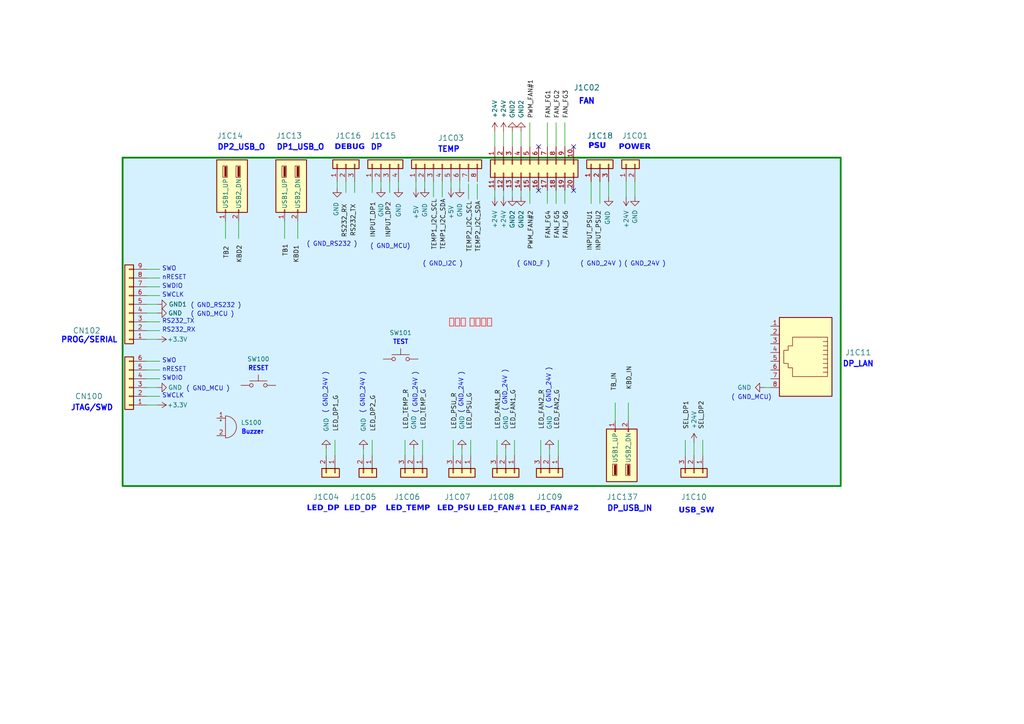
<source format=kicad_sch>
(kicad_sch (version 20231120) (generator "eeschema") (generator_version "8.0")
  (paper "A4")
  (title_block (title "CONSOLE Control Board") (date "2024-10-11") (rev "R1.1_241209") (company "(주)볼크"))
  (lib_symbols
    (symbol "Connector:RJ45" (pin_names (offset 1.016))
      (property "Reference" "J" (at -5.08 13.97 0))
      (property "Value" "RJ45" (at 2.54 13.97 0))
      (symbol "RJ45_0_1"
        (polyline (pts (xy -5.08 4.445) (xy -6.35 4.445)))
        (polyline (pts (xy -5.08 5.715) (xy -6.35 5.715)))
        (polyline (pts (xy -6.35 -3.175) (xy -5.08 -3.175) (xy -5.08 -3.175)))
        (polyline (pts (xy -6.35 -1.905) (xy -5.08 -1.905) (xy -5.08 -1.905)))
        (polyline (pts (xy -6.35 -0.635) (xy -5.08 -0.635) (xy -5.08 -0.635)))
        (polyline (pts (xy -6.35 0.635) (xy -5.08 0.635) (xy -5.08 0.635)))
        (polyline (pts (xy -6.35 1.905) (xy -5.08 1.905) (xy -5.08 1.905)))
        (polyline (pts (xy -5.08 3.175) (xy -6.35 3.175) (xy -6.35 3.175)))
        (polyline (pts (xy -6.35 -4.445) (xy -6.35 6.985) (xy 3.81 6.985) (xy 3.81 4.445) (xy 5.08 4.445) (xy 5.08 3.175) (xy 6.35 3.175) (xy 6.35 -0.635) (xy 5.08 -0.635) (xy 5.08 -1.905) (xy 3.81 -1.905) (xy 3.81 -4.445) (xy -6.35 -4.445) (xy -6.35 -4.445)))
        (rectangle (start 7.62 12.7) (end -7.62 -10.16) (stroke (width 0.254)) (fill (type background)))
      )
      (symbol "RJ45_1_1"
        (pin passive line (at 10.16 -7.62 180) (length 2.54) (name "~") (number "1"))
        (pin passive line (at 10.16 -5.08 180) (length 2.54) (name "~") (number "2"))
        (pin passive line (at 10.16 -2.54 180) (length 2.54) (name "~") (number "3"))
        (pin passive line (at 10.16 0 180) (length 2.54) (name "~") (number "4"))
        (pin passive line (at 10.16 2.54 180) (length 2.54) (name "~") (number "5"))
        (pin passive line (at 10.16 5.08 180) (length 2.54) (name "~") (number "6"))
        (pin passive line (at 10.16 7.62 180) (length 2.54) (name "~") (number "7"))
        (pin passive line (at 10.16 10.16 180) (length 2.54) (name "~") (number "8"))
      )
    )
    (symbol "Connector:USB_A_2Port" (pin_names (offset 1.016))
      (property "Reference" "J" (at -3.81 17.78 0))
      (property "Value" "USB_A_2Port" (at 1.27 15.24 0))
      (symbol "USB_A_2Port_0_1"
        (rectangle (start -5.08 12.7) (end 10.16 3.81) (stroke (width 0.254)) (fill (type background)))
        (rectangle (start -3.048 10.414) (end -0.254 9.906) (fill (type outline)))
        (rectangle (start -0.254 6.096) (end -3.048 6.604) (fill (type outline)))
        (rectangle (start 0 5.842) (end -3.302 7.112))
        (rectangle (start 0 9.652) (end -3.302 10.922))
        (rectangle (start 10.16 6.223) (end 9.398 6.477))
        (rectangle (start 10.16 10.033) (end 9.398 10.287))
      )
      (symbol "USB_A_2Port_1_1"
        (pin power_in line (at 12.7 10.16 180) (length 2.54) (name "USB1_UP") (number "1"))
        (pin power_in line (at 12.7 6.35 180) (length 2.54) (name "USB2_DN") (number "2"))
      )
    )
    (symbol "Connector_Generic:Conn_01x02" (pin_names (offset 1.016) hide)
      (property "Reference" "J" (at 0 2.54 0))
      (property "Value" "Conn_01x02" (at 0 -5.08 0))
      (symbol "Conn_01x02_1_1"
        (rectangle (start -1.27 -2.413) (end 0 -2.667) (stroke (width 0.1524)))
        (rectangle (start -1.27 0.127) (end 0 -0.127) (stroke (width 0.1524)))
        (rectangle (start -1.27 1.27) (end 1.27 -3.81) (stroke (width 0.254)) (fill (type background)))
        (pin passive line (at -5.08 0 0) (length 3.81) (name "Pin_1") (number "1"))
        (pin passive line (at -5.08 -2.54 0) (length 3.81) (name "Pin_2") (number "2"))
      )
    )
    (symbol "Connector_Generic:Conn_01x03" (pin_names (offset 1.016) hide)
      (property "Reference" "J" (at 0 5.08 0))
      (property "Value" "Conn_01x03" (at 0 -5.08 0))
      (symbol "Conn_01x03_1_1"
        (rectangle (start -1.27 -2.413) (end 0 -2.667) (stroke (width 0.1524)))
        (rectangle (start -1.27 0.127) (end 0 -0.127) (stroke (width 0.1524)))
        (rectangle (start -1.27 2.667) (end 0 2.413) (stroke (width 0.1524)))
        (rectangle (start -1.27 3.81) (end 1.27 -3.81) (stroke (width 0.254)) (fill (type background)))
        (pin passive line (at -5.08 2.54 0) (length 3.81) (name "Pin_1") (number "1"))
        (pin passive line (at -5.08 0 0) (length 3.81) (name "Pin_2") (number "2"))
        (pin passive line (at -5.08 -2.54 0) (length 3.81) (name "Pin_3") (number "3"))
      )
    )
    (symbol "Connector_Generic:Conn_01x04" (pin_names (offset 1.016) hide)
      (property "Reference" "J" (at 0 5.08 0))
      (property "Value" "Conn_01x04" (at 0 -7.62 0))
      (symbol "Conn_01x04_1_1"
        (rectangle (start -1.27 -4.953) (end 0 -5.207) (stroke (width 0.1524)))
        (rectangle (start -1.27 -2.413) (end 0 -2.667) (stroke (width 0.1524)))
        (rectangle (start -1.27 0.127) (end 0 -0.127) (stroke (width 0.1524)))
        (rectangle (start -1.27 2.667) (end 0 2.413) (stroke (width 0.1524)))
        (rectangle (start -1.27 3.81) (end 1.27 -6.35) (stroke (width 0.254)) (fill (type background)))
        (pin passive line (at -5.08 2.54 0) (length 3.81) (name "Pin_1") (number "1"))
        (pin passive line (at -5.08 0 0) (length 3.81) (name "Pin_2") (number "2"))
        (pin passive line (at -5.08 -2.54 0) (length 3.81) (name "Pin_3") (number "3"))
        (pin passive line (at -5.08 -5.08 0) (length 3.81) (name "Pin_4") (number "4"))
      )
    )
    (symbol "Connector_Generic:Conn_01x06" (pin_names (offset 1.016) hide)
      (property "Reference" "J" (at 0 7.62 0))
      (property "Value" "Conn_01x06" (at 0 -10.16 0))
      (symbol "Conn_01x06_1_1"
        (rectangle (start -1.27 -7.493) (end 0 -7.747) (stroke (width 0.1524)))
        (rectangle (start -1.27 -4.953) (end 0 -5.207) (stroke (width 0.1524)))
        (rectangle (start -1.27 -2.413) (end 0 -2.667) (stroke (width 0.1524)))
        (rectangle (start -1.27 0.127) (end 0 -0.127) (stroke (width 0.1524)))
        (rectangle (start -1.27 2.667) (end 0 2.413) (stroke (width 0.1524)))
        (rectangle (start -1.27 5.207) (end 0 4.953) (stroke (width 0.1524)))
        (rectangle (start -1.27 6.35) (end 1.27 -8.89) (stroke (width 0.254)) (fill (type background)))
        (pin passive line (at -5.08 5.08 0) (length 3.81) (name "Pin_1") (number "1"))
        (pin passive line (at -5.08 2.54 0) (length 3.81) (name "Pin_2") (number "2"))
        (pin passive line (at -5.08 0 0) (length 3.81) (name "Pin_3") (number "3"))
        (pin passive line (at -5.08 -2.54 0) (length 3.81) (name "Pin_4") (number "4"))
        (pin passive line (at -5.08 -5.08 0) (length 3.81) (name "Pin_5") (number "5"))
        (pin passive line (at -5.08 -7.62 0) (length 3.81) (name "Pin_6") (number "6"))
      )
    )
    (symbol "Connector_Generic:Conn_01x08" (pin_names (offset 1.016) hide)
      (property "Reference" "J" (at 0 10.16 0))
      (property "Value" "Conn_01x08" (at 0 -12.7 0))
      (symbol "Conn_01x08_1_1"
        (rectangle (start -1.27 -10.033) (end 0 -10.287) (stroke (width 0.1524)))
        (rectangle (start -1.27 -7.493) (end 0 -7.747) (stroke (width 0.1524)))
        (rectangle (start -1.27 -4.953) (end 0 -5.207) (stroke (width 0.1524)))
        (rectangle (start -1.27 -2.413) (end 0 -2.667) (stroke (width 0.1524)))
        (rectangle (start -1.27 0.127) (end 0 -0.127) (stroke (width 0.1524)))
        (rectangle (start -1.27 2.667) (end 0 2.413) (stroke (width 0.1524)))
        (rectangle (start -1.27 5.207) (end 0 4.953) (stroke (width 0.1524)))
        (rectangle (start -1.27 7.747) (end 0 7.493) (stroke (width 0.1524)))
        (rectangle (start -1.27 8.89) (end 1.27 -11.43) (stroke (width 0.254)) (fill (type background)))
        (pin passive line (at -5.08 7.62 0) (length 3.81) (name "Pin_1") (number "1"))
        (pin passive line (at -5.08 5.08 0) (length 3.81) (name "Pin_2") (number "2"))
        (pin passive line (at -5.08 2.54 0) (length 3.81) (name "Pin_3") (number "3"))
        (pin passive line (at -5.08 0 0) (length 3.81) (name "Pin_4") (number "4"))
        (pin passive line (at -5.08 -2.54 0) (length 3.81) (name "Pin_5") (number "5"))
        (pin passive line (at -5.08 -5.08 0) (length 3.81) (name "Pin_6") (number "6"))
        (pin passive line (at -5.08 -7.62 0) (length 3.81) (name "Pin_7") (number "7"))
        (pin passive line (at -5.08 -10.16 0) (length 3.81) (name "Pin_8") (number "8"))
      )
    )
    (symbol "Connector_Generic:Conn_01x09" (pin_names (offset 1.016) hide)
      (property "Reference" "J" (at 0 12.7 0))
      (property "Value" "Conn_01x09" (at 0 -12.7 0))
      (symbol "Conn_01x09_1_1"
        (rectangle (start -1.27 -10.033) (end 0 -10.287) (stroke (width 0.1524)))
        (rectangle (start -1.27 -7.493) (end 0 -7.747) (stroke (width 0.1524)))
        (rectangle (start -1.27 -4.953) (end 0 -5.207) (stroke (width 0.1524)))
        (rectangle (start -1.27 -2.413) (end 0 -2.667) (stroke (width 0.1524)))
        (rectangle (start -1.27 0.127) (end 0 -0.127) (stroke (width 0.1524)))
        (rectangle (start -1.27 2.667) (end 0 2.413) (stroke (width 0.1524)))
        (rectangle (start -1.27 5.207) (end 0 4.953) (stroke (width 0.1524)))
        (rectangle (start -1.27 7.747) (end 0 7.493) (stroke (width 0.1524)))
        (rectangle (start -1.27 10.287) (end 0 10.033) (stroke (width 0.1524)))
        (rectangle (start -1.27 11.43) (end 1.27 -11.43) (stroke (width 0.254)) (fill (type background)))
        (pin passive line (at -5.08 10.16 0) (length 3.81) (name "Pin_1") (number "1"))
        (pin passive line (at -5.08 7.62 0) (length 3.81) (name "Pin_2") (number "2"))
        (pin passive line (at -5.08 5.08 0) (length 3.81) (name "Pin_3") (number "3"))
        (pin passive line (at -5.08 2.54 0) (length 3.81) (name "Pin_4") (number "4"))
        (pin passive line (at -5.08 0 0) (length 3.81) (name "Pin_5") (number "5"))
        (pin passive line (at -5.08 -2.54 0) (length 3.81) (name "Pin_6") (number "6"))
        (pin passive line (at -5.08 -5.08 0) (length 3.81) (name "Pin_7") (number "7"))
        (pin passive line (at -5.08 -7.62 0) (length 3.81) (name "Pin_8") (number "8"))
        (pin passive line (at -5.08 -10.16 0) (length 3.81) (name "Pin_9") (number "9"))
      )
    )
    (symbol "Connector_Generic:Conn_02x10_Top_Bottom" (pin_names (offset 1.016) hide)
      (property "Reference" "J" (at 1.27 12.7 0))
      (property "Value" "Conn_02x10_Top_Bottom" (at 1.27 -15.24 0))
      (symbol "Conn_02x10_Top_Bottom_1_1"
        (rectangle (start -1.27 -12.573) (end 0 -12.827) (stroke (width 0.1524)))
        (rectangle (start -1.27 -10.033) (end 0 -10.287) (stroke (width 0.1524)))
        (rectangle (start -1.27 -7.493) (end 0 -7.747) (stroke (width 0.1524)))
        (rectangle (start -1.27 -4.953) (end 0 -5.207) (stroke (width 0.1524)))
        (rectangle (start -1.27 -2.413) (end 0 -2.667) (stroke (width 0.1524)))
        (rectangle (start -1.27 0.127) (end 0 -0.127) (stroke (width 0.1524)))
        (rectangle (start -1.27 2.667) (end 0 2.413) (stroke (width 0.1524)))
        (rectangle (start -1.27 5.207) (end 0 4.953) (stroke (width 0.1524)))
        (rectangle (start -1.27 7.747) (end 0 7.493) (stroke (width 0.1524)))
        (rectangle (start -1.27 10.287) (end 0 10.033) (stroke (width 0.1524)))
        (rectangle (start -1.27 11.43) (end 3.81 -13.97) (stroke (width 0.254)) (fill (type background)))
        (rectangle (start 3.81 -12.573) (end 2.54 -12.827) (stroke (width 0.1524)))
        (rectangle (start 3.81 -10.033) (end 2.54 -10.287) (stroke (width 0.1524)))
        (rectangle (start 3.81 -7.493) (end 2.54 -7.747) (stroke (width 0.1524)))
        (rectangle (start 3.81 -4.953) (end 2.54 -5.207) (stroke (width 0.1524)))
        (rectangle (start 3.81 -2.413) (end 2.54 -2.667) (stroke (width 0.1524)))
        (rectangle (start 3.81 0.127) (end 2.54 -0.127) (stroke (width 0.1524)))
        (rectangle (start 3.81 2.667) (end 2.54 2.413) (stroke (width 0.1524)))
        (rectangle (start 3.81 5.207) (end 2.54 4.953) (stroke (width 0.1524)))
        (rectangle (start 3.81 7.747) (end 2.54 7.493) (stroke (width 0.1524)))
        (rectangle (start 3.81 10.287) (end 2.54 10.033) (stroke (width 0.1524)))
        (pin passive line (at -5.08 10.16 0) (length 3.81) (name "Pin_1") (number "1"))
        (pin passive line (at -5.08 -12.7 0) (length 3.81) (name "Pin_10") (number "10"))
        (pin passive line (at 7.62 10.16 180) (length 3.81) (name "Pin_11") (number "11"))
        (pin passive line (at 7.62 7.62 180) (length 3.81) (name "Pin_12") (number "12"))
        (pin passive line (at 7.62 5.08 180) (length 3.81) (name "Pin_13") (number "13"))
        (pin passive line (at 7.62 2.54 180) (length 3.81) (name "Pin_14") (number "14"))
        (pin passive line (at 7.62 0 180) (length 3.81) (name "Pin_15") (number "15"))
        (pin passive line (at 7.62 -2.54 180) (length 3.81) (name "Pin_16") (number "16"))
        (pin passive line (at 7.62 -5.08 180) (length 3.81) (name "Pin_17") (number "17"))
        (pin passive line (at 7.62 -7.62 180) (length 3.81) (name "Pin_18") (number "18"))
        (pin passive line (at 7.62 -10.16 180) (length 3.81) (name "Pin_19") (number "19"))
        (pin passive line (at -5.08 7.62 0) (length 3.81) (name "Pin_2") (number "2"))
        (pin passive line (at 7.62 -12.7 180) (length 3.81) (name "Pin_20") (number "20"))
        (pin passive line (at -5.08 5.08 0) (length 3.81) (name "Pin_3") (number "3"))
        (pin passive line (at -5.08 2.54 0) (length 3.81) (name "Pin_4") (number "4"))
        (pin passive line (at -5.08 0 0) (length 3.81) (name "Pin_5") (number "5"))
        (pin passive line (at -5.08 -2.54 0) (length 3.81) (name "Pin_6") (number "6"))
        (pin passive line (at -5.08 -5.08 0) (length 3.81) (name "Pin_7") (number "7"))
        (pin passive line (at -5.08 -7.62 0) (length 3.81) (name "Pin_8") (number "8"))
        (pin passive line (at -5.08 -10.16 0) (length 3.81) (name "Pin_9") (number "9"))
      )
    )
    (symbol "Device:Buzzer" (pin_names (offset 0.0254) hide)
      (property "Reference" "BZ" (at 3.81 1.27 0))
      (property "Value" "Buzzer" (at 3.81 -1.27 0))
      (symbol "Buzzer_0_1"
        (arc (start 0 -3.175) (mid 3.1612 0) (end 0 3.175))
        (polyline (pts (xy -1.651 1.905) (xy -1.143 1.905)))
        (polyline (pts (xy -1.397 2.159) (xy -1.397 1.651)))
        (polyline (pts (xy 0 3.175) (xy 0 -3.175)))
      )
      (symbol "Buzzer_1_1"
        (pin passive line (at -2.54 2.54 0) (length 2.54) (name "-") (number "1"))
        (pin passive line (at -2.54 -2.54 0) (length 2.54) (name "+") (number "2"))
      )
    )
    (symbol "Switch:SW_Push" (pin_numbers hide) (pin_names (offset 1.016) hide)
      (property "Reference" "SW" (at 1.27 2.54 0))
      (property "Value" "SW_Push" (at 0 -1.524 0))
      (symbol "SW_Push_0_1"
        (circle (center -2.032 0) (radius 0.508))
        (polyline (pts (xy 0 1.27) (xy 0 3.048)))
        (polyline (pts (xy 2.54 1.27) (xy -2.54 1.27)))
        (circle (center 2.032 0) (radius 0.508))
        (pin passive line (at -5.08 0 0) (length 2.54) (name "1") (number "1"))
        (pin passive line (at 5.08 0 180) (length 2.54) (name "2") (number "2"))
      )
    )
    (symbol "gnd:GND" (power) (pin_numbers hide) (pin_names (offset 0) hide)
      (property "Value" "GND" (at 0 -3.81 0))
      (symbol "GND_0_1"
        (polyline (pts (xy 0 0) (xy 0 -1.27) (xy 1.27 -1.27) (xy 0 -2.54) (xy -1.27 -1.27) (xy 0 -1.27)))
      )
      (symbol "GND_1_1"
        (pin power_in line (at 0 0 270) (length 0) hide (name "GND") (number "1"))
      )
    )
    (symbol "power:+24V" (power) (pin_numbers hide) (pin_names (offset 0) hide)
      (property "Value" "+24V" (at 0 3.556 0))
      (symbol "+24V_0_1"
        (polyline (pts (xy -0.762 1.27) (xy 0 2.54)))
        (polyline (pts (xy 0 0) (xy 0 2.54)))
        (polyline (pts (xy 0 2.54) (xy 0.762 1.27)))
      )
      (symbol "+24V_1_1"
        (pin power_in line (at 0 0 90) (length 0) hide (name "+24V") (number "1"))
      )
    )
    (symbol "power:+3.3V" (power) (pin_numbers hide) (pin_names (offset 0) hide)
      (property "Value" "+3.3V" (at 0 3.556 0))
      (symbol "+3.3V_0_1"
        (polyline (pts (xy -0.762 1.27) (xy 0 2.54)))
        (polyline (pts (xy 0 0) (xy 0 2.54)))
        (polyline (pts (xy 0 2.54) (xy 0.762 1.27)))
      )
      (symbol "+3.3V_1_1"
        (pin power_in line (at 0 0 90) (length 0) hide (name "+3.3V") (number "1"))
      )
    )
    (symbol "power:+5V" (power) (pin_numbers hide) (pin_names (offset 0) hide)
      (property "Value" "+5V" (at 0 3.556 0))
      (symbol "+5V_0_1"
        (polyline (pts (xy -0.762 1.27) (xy 0 2.54)))
        (polyline (pts (xy 0 0) (xy 0 2.54)))
        (polyline (pts (xy 0 2.54) (xy 0.762 1.27)))
      )
      (symbol "+5V_1_1"
        (pin power_in line (at 0 0 90) (length 0) hide (name "+5V") (number "1"))
      )
    )
    (symbol "power:GND" (power) (pin_numbers hide) (pin_names (offset 0) hide)
      (property "Value" "GND" (at 0 -3.81 0))
      (symbol "GND_0_1"
        (polyline (pts (xy 0 0) (xy 0 -1.27) (xy 1.27 -1.27) (xy 0 -2.54) (xy -1.27 -1.27) (xy 0 -1.27)))
      )
      (symbol "GND_1_1"
        (pin power_in line (at 0 0 270) (length 0) hide (name "GND") (number "1"))
      )
    )
    (symbol "power:GND1" (power) (pin_numbers hide) (pin_names (offset 0) hide)
      (property "Value" "GND1" (at 0 -3.81 0))
      (symbol "GND1_0_1"
        (polyline (pts (xy 0 0) (xy 0 -1.27) (xy 1.27 -1.27) (xy 0 -2.54) (xy -1.27 -1.27) (xy 0 -1.27)))
      )
      (symbol "GND1_1_1"
        (pin power_in line (at 0 0 270) (length 0) hide (name "GND1") (number "1"))
      )
    )
    (symbol "power:GND2" (power) (pin_numbers hide) (pin_names (offset 0) hide)
      (property "Value" "GND2" (at 0 -3.81 0))
      (symbol "GND2_0_1"
        (polyline (pts (xy 0 0) (xy 0 -1.27) (xy 1.27 -1.27) (xy 0 -2.54) (xy -1.27 -1.27) (xy 0 -1.27)))
      )
      (symbol "GND2_1_1"
        (pin power_in line (at 0 0 270) (length 0) hide (name "GND2") (number "1"))
      )
    )
  )
  (no_connect (at 166.37 42.545))
  (no_connect (at 166.37 55.245))
  (no_connect (at 156.21 55.245))
  (no_connect (at 156.21 42.545))
  (wire (pts (xy 120.65 54.61) (xy 120.65 52.705)))
  (wire (pts (xy 156.845 127.635) (xy 156.845 132.08)))
  (wire (pts (xy 171.45 52.705) (xy 171.45 59.055)))
  (wire (pts (xy 97.155 127.635) (xy 97.155 132.08)))
  (wire (pts (xy 133.35 54.61) (xy 133.35 52.705)))
  (wire (pts (xy 146.685 130.175) (xy 146.685 132.08)))
  (wire (pts (xy 148.59 38.1) (xy 148.59 42.545)))
  (wire (pts (xy 221.615 112.395) (xy 223.52 112.395)))
  (wire (pts (xy 46.355 109.855) (xy 42.545 109.855)))
  (wire (pts (xy 107.95 52.705) (xy 107.95 55.88)))
  (wire (pts (xy 86.36 69.215) (xy 86.36 64.135)))
  (wire (pts (xy 153.67 42.545) (xy 153.67 35.56)))
  (wire (pts (xy 115.57 54.61) (xy 115.57 52.705)))
  (wire (pts (xy 46.355 95.885) (xy 42.545 95.885)))
  (wire (pts (xy 120.015 130.175) (xy 120.015 132.08)))
  (wire (pts (xy 82.55 69.215) (xy 82.55 64.135)))
  (wire (pts (xy 148.59 57.15) (xy 148.59 55.245)))
  (wire (pts (xy 143.51 57.15) (xy 143.51 55.245)))
  (wire (pts (xy 46.355 80.645) (xy 42.545 80.645)))
  (wire (pts (xy 143.51 38.1) (xy 143.51 42.545)))
  (wire (pts (xy 110.49 54.61) (xy 110.49 52.705)))
  (wire (pts (xy 65.405 69.215) (xy 65.405 64.135)))
  (wire (pts (xy 113.03 52.705) (xy 113.03 55.88)))
  (wire (pts (xy 181.61 57.15) (xy 181.61 52.705)))
  (wire (pts (xy 151.13 57.15) (xy 151.13 55.245)))
  (wire (pts (xy 146.05 38.1) (xy 146.05 42.545)))
  (wire (pts (xy 46.355 93.345) (xy 42.545 93.345)))
  (wire (pts (xy 161.29 55.245) (xy 161.29 59.055)))
  (wire (pts (xy 138.43 53.34) (xy 138.43 57.785)))
  (wire (pts (xy 198.755 127.635) (xy 198.755 132.08)))
  (wire (pts (xy 135.89 53.34) (xy 135.89 57.785)))
  (wire (pts (xy 100.33 55.88) (xy 100.33 52.705)))
  (wire (pts (xy 182.245 116.84) (xy 182.245 121.92)))
  (wire (pts (xy 46.355 83.185) (xy 42.545 83.185)))
  (wire (pts (xy 45.72 90.805) (xy 42.545 90.805)))
  (wire (pts (xy 201.295 128.27) (xy 201.295 132.08)))
  (wire (pts (xy 46.355 114.935) (xy 42.545 114.935)))
  (wire (pts (xy 130.81 54.61) (xy 130.81 52.705)))
  (wire (pts (xy 158.75 55.245) (xy 158.75 59.055)))
  (wire (pts (xy 151.13 38.1) (xy 151.13 42.545)))
  (wire (pts (xy 45.72 112.395) (xy 42.545 112.395)))
  (wire (pts (xy 203.835 127.635) (xy 203.835 132.08)))
  (wire (pts (xy 158.75 42.545) (xy 158.75 35.56)))
  (wire (pts (xy 102.87 55.88) (xy 102.87 52.705)))
  (wire (pts (xy 149.225 127.635) (xy 149.225 132.08)))
  (wire (pts (xy 46.355 104.775) (xy 42.545 104.775)))
  (wire (pts (xy 176.53 52.705) (xy 176.53 57.15)))
  (wire (pts (xy 163.83 42.545) (xy 163.83 35.56)))
  (wire (pts (xy 178.435 116.84) (xy 178.435 121.92)))
  (wire (pts (xy 45.72 88.265) (xy 42.545 88.265)))
  (wire (pts (xy 123.19 54.61) (xy 123.19 52.705)))
  (wire (pts (xy 46.355 78.105) (xy 42.545 78.105)))
  (wire (pts (xy 69.215 69.215) (xy 69.215 64.135)))
  (wire (pts (xy 173.99 52.705) (xy 173.99 59.055)))
  (wire (pts (xy 163.83 55.245) (xy 163.83 59.055)))
  (wire (pts (xy 122.555 127.635) (xy 122.555 132.08)))
  (wire (pts (xy 107.95 127.635) (xy 107.95 132.08)))
  (wire (pts (xy 161.925 127.635) (xy 161.925 132.08)))
  (wire (pts (xy 46.355 107.315) (xy 42.545 107.315)))
  (wire (pts (xy 105.41 130.175) (xy 105.41 132.08)))
  (wire (pts (xy 144.145 127.635) (xy 144.145 132.08)))
  (wire (pts (xy 153.67 55.245) (xy 153.67 59.055)))
  (wire (pts (xy 133.985 130.175) (xy 133.985 132.08)))
  (wire (pts (xy 45.72 98.425) (xy 42.545 98.425)))
  (wire (pts (xy 45.72 117.475) (xy 42.545 117.475)))
  (wire (pts (xy 146.05 57.15) (xy 146.05 55.245)))
  (wire (pts (xy 159.385 130.175) (xy 159.385 132.08)))
  (wire (pts (xy 136.525 127.635) (xy 136.525 132.08)))
  (wire (pts (xy 131.445 127.635) (xy 131.445 132.08)))
  (wire (pts (xy 128.27 52.705) (xy 128.27 57.15)))
  (wire (pts (xy 94.615 130.175) (xy 94.615 132.08)))
  (wire (pts (xy 97.79 54.61) (xy 97.79 52.705)))
  (wire (pts (xy 46.355 85.725) (xy 42.545 85.725)))
  (wire (pts (xy 125.73 52.705) (xy 125.73 57.15)))
  (wire (pts (xy 184.15 57.15) (xy 184.15 52.705)))
  (wire (pts (xy 161.29 42.545) (xy 161.29 35.56)))
  (wire (pts (xy 117.475 127.635) (xy 117.475 132.08)))
  (rectangle (start 35.56 45.72) (end 243.84 140.97) (stroke (width 0.5) (color 0 132 0 1)) (fill (type color) (color 213 241 255 1)))
  (text "냫" (at 98.425 130.175 0) (effects (font (size 1.27 1.27)) (justify left bottom)))
  (text "( GND_24V )\n\n" (at 107.95 120.015 90) (effects (font (size 1.27 1.27)) (justify left bottom)))
  (text "SWO" (at 46.99 78.74 0) (effects (font (size 1.27 1.27)) (justify left bottom)))
  (text "SWDIO" (at 46.99 110.49 0) (effects (font (size 1.27 1.27)) (justify left bottom)))
  (text "SWCLK" (at 46.99 115.57 0) (effects (font (size 1.27 1.27)) (justify left bottom)))
  (text "( GND_24V )\n\n" (at 149.225 119.38 90) (effects (font (size 1.27 1.27)) (justify left bottom)))
  (text "RS232_RX" (at 46.99 96.52 0) (effects (font (size 1.27 1.27)) (justify left bottom)))
  (text "RS232_TX" (at 46.99 93.98 0) (effects (font (size 1.27 1.27)) (justify left bottom)))
  (text "( GND_F )\n\n" (at 149.86 79.375 0) (effects (font (size 1.27 1.27)) (justify left bottom)))
  (text "nRESET" (at 46.99 81.28 0) (effects (font (size 1.27 1.27)) (justify left bottom)))
  (text "( GND_MCU )\n\n" (at 55.245 93.98 0) (effects (font (size 1.27 1.27)) (justify left bottom)))
  (text "( GND_MCU)\n\n" (at 212.09 118.11 0) (effects (font (size 1.27 1.27)) (justify left bottom)))
  (text "SWO" (at 46.99 105.41 0) (effects (font (size 1.27 1.27)) (justify left bottom)))
  (text "nRESET" (at 46.99 107.95 0) (effects (font (size 1.27 1.27)) (justify left bottom)))
  (text "( GND_24V )\n\n" (at 123.19 120.015 90) (effects (font (size 1.27 1.27)) (justify left bottom)))
  (text "( GND_MCU)\n\n" (at 107.315 74.295 0) (effects (font (size 1.27 1.27)) (justify left bottom)))
  (text "( GND_RS232 )\n\n" (at 55.245 91.44 0) (effects (font (size 1.27 1.27)) (justify left bottom)))
  (text "냫" (at 180.34 54.61 0) (effects (font (size 1.27 1.27)) (justify right bottom)))
  (text "SWCLK" (at 46.99 86.36 0) (effects (font (size 1.27 1.27)) (justify left bottom)))
  (text "( GND_RS232 )\n\n" (at 88.9 73.66 0) (effects (font (size 1.27 1.27)) (justify left bottom)))
  (text "콘솔형 제어보드" (at 130.175 95.25 0) (effects (font (size 2 2)) (justify left bottom)))
  (text "( GND_MCU )\n\n" (at 53.975 115.57 0) (effects (font (size 1.27 1.27)) (justify left bottom)))
  (text "( GND_24V )\n\n" (at 161.925 118.745 90) (effects (font (size 1.27 1.27)) (justify left bottom)))
  (text "( GND_I2C )\n\n" (at 122.555 79.375 0) (effects (font (size 1.27 1.27)) (justify left bottom)))
  (text "( GND_24V )\n\n" (at 97.155 120.015 90) (effects (font (size 1.27 1.27)) (justify left bottom)))
  (text "( GND_24V )\n\n" (at 136.525 120.015 90) (effects (font (size 1.27 1.27)) (justify left bottom)))
  (text "( GND_24V )\n\n" (at 168.275 79.375 0) (effects (font (size 1.27 1.27)) (justify left bottom)))
  (text "( GND_24V )\n\n" (at 180.975 79.375 0) (effects (font (size 1.27 1.27)) (justify left bottom)))
  (text "냫" (at 109.22 130.175 0) (effects (font (size 1.27 1.27)) (justify left bottom)))
  (text "SWDIO" (at 46.99 83.82 0) (effects (font (size 1.27 1.27)) (justify left bottom)))
  (label "FAN_FG1" (at 160.02 34.29 90))
  (label "FAN_FG2" (at 162.56 34.29 90))
  (label "INPUT_PSU1" (at 172.085 60.96 270))
  (label "SEL_DP1" (at 200.025 124.46 90))
  (label "LED_FAN1_R" (at 145.415 124.46 90))
  (label "PWM_FAN#1" (at 154.94 34.29 90))
  (label "RS232_TX" (at 103.505 59.055 270))
  (label "TEMP2_I2C_SCL" (at 137.16 73.025 90))
  (label "LED_FAN1_G" (at 149.86 124.46 90))
  (label "LED_FAN2_R" (at 158.115 124.46 90))
  (label "LED_DP1_G" (at 98.425 125.095 90))
  (label "FAN_FG6" (at 165.1 60.96 270))
  (label "LED_PSU_R" (at 132.715 124.46 90))
  (label "LED_DP2_G" (at 109.22 125.095 90))
  (label "LED_PSU_G" (at 137.16 124.46 90))
  (label "TEMP1_I2C_SDA" (at 129.54 72.39 90))
  (label "KBD1" (at 86.995 76.2 90))
  (label "INPUT_DP2" (at 113.665 58.42 270))
  (label "TEMP1_I2C_SCL" (at 127 72.39 90))
  (label "INPUT_DP1" (at 109.22 58.42 270))
  (label "KBD2" (at 70.485 76.2 90))
  (label "LED_TEMP_G" (at 123.825 124.46 90))
  (label "KBD_IN" (at 183.515 106.045 270))
  (label "PWM_FAN#2" (at 154.94 60.96 270))
  (label "FAN_FG4" (at 160.02 60.96 270))
  (label "FAN_FG3" (at 165.1 34.29 90))
  (label "LED_FAN2_G" (at 162.56 124.46 90))
  (label "TB1" (at 83.82 74.295 90))
  (label "RS232_RX" (at 100.965 59.055 270))
  (label "LED_TEMP_R" (at 118.745 124.46 90))
  (label "TB2" (at 66.675 74.93 90))
  (label "TEMP2_I2C_SDA" (at 139.7 73.025 90))
  (label "INPUT_PSU2" (at 174.625 60.96 270))
  (label "FAN_FG5" (at 162.56 60.96 270))
  (label "TB_IN" (at 179.07 107.95 270))
  (label "SEL_DP2" (at 204.47 124.46 90))
  (symbol (lib_id "Connector_Generic:Conn_01x03") (at 173.99 47.625 90) (unit 1)
    (property "Reference" "J1C18" (at 170.18 39.37 90) (effects (font (size 1.6 1.6)) (justify right)))
    (property "Value" "PSU" (at 170.4975 42.2275 90) (effects (font (size 1.6 1.6) (bold yes)) (justify right)))
  )
  (symbol (lib_id "Connector_Generic:Conn_01x03") (at 146.685 137.16 270) (unit 1)
    (property "Reference" "J1C08" (at 149.225 144.145 90) (effects (font (size 1.6 1.6)) (justify right)))
    (property "Value" "LED_FAN#1" (at 152.4 147.32 90) (effects (font (size 1.6 1.6) (bold yes)) (justify right)))
  )
  (symbol (lib_id "Connector_Generic:Conn_01x03") (at 120.015 137.16 270) (unit 1)
    (property "Reference" "J1C06" (at 121.92 144.145 90) (effects (font (size 1.6 1.6)) (justify right)))
    (property "Value" "LED_TEMP" (at 124.46 147.32 90) (effects (font (size 1.6 1.6) (bold yes)) (justify right)))
  )
  (symbol (lib_id "power:GND") (at 97.79 54.61 0) (mirror y) (unit 1)
    (property "Reference" "#PWR04" (effects (hide yes)))
    (property "Value" "GND" (at 97.4725 60.6425 90))
  )
  (symbol (lib_id "Device:Buzzer") (at 65.405 123.825 0) (unit 1)
    (property "Reference" "LS100" (at 69.85 122.555 0) (effects (justify left)))
    (property "Value" "Buzzer" (at 69.85 125.095 0) (effects (font (bold yes)) (justify left)))
  )
  (symbol (lib_id "power:+5V") (at 120.65 54.61 0) (mirror x) (unit 1)
    (property "Reference" "#PWR08" (effects (hide yes)))
    (property "Value" "+5V" (at 120.65 61.595 90))
  )
  (symbol (lib_id "Connector_Generic:Conn_01x03") (at 100.33 47.625 90) (unit 1)
    (property "Reference" "J1C16" (at 97.155 39.37 90) (effects (font (size 1.6 1.6)) (justify right)))
    (property "Value" "DEBUG" (at 97.155 42.545 90) (effects (font (size 1.6 1.6) (bold yes)) (justify right)))
  )
  (symbol (lib_id "Connector:USB_A_2Port") (at 92.71 51.435 90) (mirror x) (unit 1)
    (property "Reference" "J1C13" (at 80.01 39.37 90) (effects (font (size 1.6 1.6)) (justify right)))
    (property "Value" "DP1_USB_O" (at 80.01 42.545 90) (effects (font (size 1.6 1.6) (bold yes)) (justify right)))
  )
  (symbol (lib_id "power:GND") (at 45.72 90.805 90) (mirror x) (unit 1)
    (property "Reference" "#PWR01" (effects (hide yes)))
    (property "Value" "GND" (at 50.8 90.805 90))
  )
  (symbol (lib_id "Connector_Generic:Conn_02x10_Top_Bottom") (at 153.67 47.625 90) (mirror x) (unit 1)
    (property "Reference" "J1C02" (at 170.18 25.4 90) (effects (font (size 1.6 1.6))))
    (property "Value" "FAN" (at 170.18 29.21 90) (effects (font (size 1.6 1.6) (bold yes))))
  )
  (symbol (lib_id "power:GND2") (at 148.59 38.1 180) (unit 1)
    (property "Reference" "#PWR013" (effects (hide yes)))
    (property "Value" "GND2" (at 148.59 34.29 90) (effects (justify right)))
  )
  (symbol (lib_id "Connector_Generic:Conn_01x03") (at 159.385 137.16 270) (unit 1)
    (property "Reference" "J1C09" (at 163.195 144.145 90) (effects (font (size 1.6 1.6)) (justify right)))
    (property "Value" "LED_FAN#2" (at 167.64 147.32 90) (effects (font (size 1.6 1.6) (bold yes)) (justify right)))
  )
  (symbol (lib_id "power:GND1") (at 45.72 88.265 90) (unit 1)
    (property "Reference" "#PWR03" (effects (hide yes)))
    (property "Value" "GND1" (at 48.895 88.265 90) (effects (justify right)))
  )
  (symbol (lib_id "Connector:USB_A_2Port") (at 75.565 51.435 90) (mirror x) (unit 1)
    (property "Reference" "J1C14" (at 62.865 39.37 90) (effects (font (size 1.6 1.6)) (justify right)))
    (property "Value" "DP2_USB_O" (at 62.865 42.545 90) (effects (font (size 1.6 1.6) (bold yes)) (justify right)))
  )
  (symbol (lib_id "power:+3.3V") (at 45.72 117.475 270) (unit 1)
    (property "Reference" "#PWR027" (effects (hide yes)))
    (property "Value" "+3.3V" (at 51.435 117.475 90))
  )
  (symbol (lib_id "Connector_Generic:Conn_01x02") (at 107.95 137.16 270) (unit 1)
    (property "Reference" "J1C05" (at 109.22 144.145 90) (effects (font (size 1.6 1.6)) (justify right)))
    (property "Value" "LED_DP" (at 109.22 147.32 90) (effects (font (size 1.6 1.6) (bold yes)) (justify right)))
  )
  (symbol (lib_id "power:GND") (at 159.385 130.175 0) (mirror x) (unit 1)
    (property "Reference" "#PWR029" (effects (hide yes)))
    (property "Value" "GND" (at 159.385 122.555 90))
  )
  (symbol (lib_id "Connector_Generic:Conn_01x09") (at 37.465 88.265 180) (unit 1)
    (property "Reference" "CN102" (at 29.21 95.885 0) (effects (font (size 1.6 1.6)) (justify left)))
    (property "Value" "PROG/SERIAL" (at 34.29 98.425 0) (effects (font (size 1.6 1.6) (bold yes)) (justify left)))
  )
  (symbol (lib_id "Switch:SW_Push") (at 116.205 104.14 0) (unit 1)
    (property "Reference" "SW101" (at 116.205 96.52 0))
    (property "Value" "TEST" (at 116.205 99.06 0) (effects (font (bold yes))))
  )
  (symbol (lib_id "power:+3.3V") (at 45.72 98.425 270) (unit 1)
    (property "Reference" "#PWR02" (effects (hide yes)))
    (property "Value" "+3.3V" (at 51.435 98.425 90))
  )
  (symbol (lib_id "power:GND") (at 120.015 130.175 0) (mirror x) (unit 1)
    (property "Reference" "#PWR023" (effects (hide yes)))
    (property "Value" "GND" (at 120.015 122.555 90))
  )
  (symbol (lib_id "power:+24V") (at 146.05 57.15 0) (mirror x) (unit 1)
    (property "Reference" "#PWR016" (effects (hide yes)))
    (property "Value" "+24V" (at 146.05 60.96 90) (effects (justify left)))
  )
  (symbol (lib_id "Connector_Generic:Conn_01x02") (at 97.155 137.16 270) (unit 1)
    (property "Reference" "J1C04" (at 98.425 144.145 90) (effects (font (size 1.6 1.6)) (justify right)))
    (property "Value" "LED_DP" (at 98.425 147.32 90) (effects (font (size 1.6 1.6) (bold yes)) (justify right)))
  )
  (symbol (lib_id "power:+24V") (at 181.61 57.15 0) (mirror x) (unit 1)
    (property "Reference" "#PWR020" (effects (hide yes)))
    (property "Value" "+24V" (at 181.61 60.96 90) (effects (justify left)))
  )
  (symbol (lib_id "Connector_Generic:Conn_01x02") (at 181.61 47.625 90) (unit 1)
    (property "Reference" "J1C01" (at 180.34 39.37 90) (effects (font (size 1.6 1.6)) (justify right)))
    (property "Value" "POWER" (at 179.705 42.545 90) (effects (font (size 1.6 1.6) (bold yes)) (justify right)))
  )
  (symbol (lib_id "power:GND") (at 146.685 130.175 0) (mirror x) (unit 1)
    (property "Reference" "#PWR026" (effects (hide yes)))
    (property "Value" "GND" (at 146.685 122.555 90))
  )
  (symbol (lib_id "power:+24V") (at 143.51 57.15 0) (mirror x) (unit 1)
    (property "Reference" "#PWR015" (effects (hide yes)))
    (property "Value" "+24V" (at 143.51 60.96 90) (effects (justify left)))
  )
  (symbol (lib_id "Connector_Generic:Conn_01x03") (at 133.985 137.16 270) (unit 1)
    (property "Reference" "J1C07" (at 136.525 144.145 90) (effects (font (size 1.6 1.6)) (justify right)))
    (property "Value" "LED_PSU" (at 137.795 147.32 90) (effects (font (size 1.6 1.6) (bold yes)) (justify right)))
  )
  (symbol (lib_id "power:GND2") (at 151.13 57.15 0) (mirror y) (unit 1)
    (property "Reference" "#PWR018" (effects (hide yes)))
    (property "Value" "GND2" (at 151.13 60.96 90) (effects (justify right)))
  )
  (symbol (lib_id "Connector_Generic:Conn_01x06") (at 37.465 112.395 180) (unit 1)
    (property "Reference" "CN100" (at 29.845 114.935 0) (effects (font (size 1.6 1.6)) (justify left)))
    (property "Value" "JTAG/SWD" (at 26.67 118.11 0) (effects (font (size 1.6 1.6) (bold yes))))
  )
  (symbol (lib_id "power:GND") (at 133.985 130.175 0) (mirror x) (unit 1)
    (property "Reference" "#PWR025" (effects (hide yes)))
    (property "Value" "GND" (at 133.985 122.555 90))
  )
  (symbol (lib_id "power:GND") (at 105.41 130.175 180) (unit 1)
    (property "Reference" "#PWR022" (effects (hide yes)))
    (property "Value" "GND" (at 105.41 123.19 90))
  )
  (symbol (lib_id "power:GND2") (at 151.13 38.1 180) (unit 1)
    (property "Reference" "#PWR014" (effects (hide yes)))
    (property "Value" "GND2" (at 151.13 34.29 90) (effects (justify right)))
  )
  (symbol (lib_id "gnd:GND") (at 115.57 54.61 0) (unit 1)
    (property "Reference" "#PWR06" (effects (hide yes)))
    (property "Value" "GND" (at 115.57 60.96 90))
  )
  (symbol (lib_id "gnd:GND") (at 123.19 54.61 0) (unit 1)
    (property "Reference" "#PWR07" (effects (hide yes)))
    (property "Value" "GND" (at 123.19 60.96 90))
  )
  (symbol (lib_id "Connector:USB_A_2Port") (at 188.595 134.62 90) (unit 1)
    (property "Reference" "J1C137" (at 175.895 144.145 90) (effects (font (size 1.6 1.6)) (justify right)))
    (property "Value" "DP_USB_IN" (at 175.895 147.32 90) (effects (font (size 1.6 1.6) (bold yes)) (justify right)))
  )
  (symbol (lib_id "power:+5V") (at 130.81 54.61 0) (mirror x) (unit 1)
    (property "Reference" "#PWR09" (effects (hide yes)))
    (property "Value" "+5V" (at 130.81 61.595 90))
  )
  (symbol (lib_id "power:GND") (at 184.15 57.15 0) (unit 1)
    (property "Reference" "#PWR024" (effects (hide yes)))
    (property "Value" "GND" (at 184.15 62.865 90))
  )
  (symbol (lib_id "power:GND") (at 94.615 130.175 180) (unit 1)
    (property "Reference" "#PWR021" (effects (hide yes)))
    (property "Value" "GND" (at 94.615 123.19 90))
  )
  (symbol (lib_id "Connector_Generic:Conn_01x04") (at 110.49 47.625 90) (unit 1)
    (property "Reference" "J1C15" (at 111.125 39.37 90) (effects (font (size 1.6 1.6))))
    (property "Value" "DP" (at 109.22 42.545 90) (effects (font (size 1.6 1.6) (bold yes))))
  )
  (symbol (lib_id "Switch:SW_Push") (at 74.93 111.76 0) (unit 1)
    (property "Reference" "SW100" (at 74.93 104.14 0))
    (property "Value" "RESET" (at 74.93 106.68 0) (effects (font (bold yes))))
  )
  (symbol (lib_id "gnd:GND") (at 133.35 54.61 0) (unit 1)
    (property "Reference" "#PWR010" (effects (hide yes)))
    (property "Value" "GND" (at 133.35 60.96 90))
  )
  (symbol (lib_id "Connector_Generic:Conn_01x08") (at 128.27 47.625 90) (unit 1)
    (property "Reference" "J1C03" (at 130.81 40.005 90) (effects (font (size 1.6 1.6))))
    (property "Value" "TEMP" (at 130.175 43.18 90) (effects (font (size 1.6 1.6) (bold yes))))
  )
  (symbol (lib_id "power:GND2") (at 148.59 57.15 0) (mirror y) (unit 1)
    (property "Reference" "#PWR017" (effects (hide yes)))
    (property "Value" "GND2" (at 148.59 60.96 90) (effects (justify right)))
  )
  (symbol (lib_id "Connector:RJ45") (at 233.68 102.235 180) (unit 1)
    (property "Reference" "J1C11" (at 248.92 102.235 0) (effects (font (size 1.6 1.6))))
    (property "Value" "DP_LAN" (at 248.92 105.41 0) (effects (font (size 1.6 1.6) (bold yes))))
  )
  (symbol (lib_id "power:GND") (at 176.53 57.15 0) (mirror y) (unit 1)
    (property "Reference" "#PWR019" (effects (hide yes)))
    (property "Value" "GND" (at 176.2125 63.1825 90))
  )
  (symbol (lib_id "power:+24V") (at 143.51 38.1 0) (unit 1)
    (property "Reference" "#PWR011" (effects (hide yes)))
    (property "Value" "+24V" (at 143.51 34.29 90) (effects (justify left)))
  )
  (symbol (lib_id "power:GND") (at 221.615 112.395 270) (mirror x) (unit 1)
    (property "Reference" "#PWR030" (effects (hide yes)))
    (property "Value" "GND" (at 215.9 112.395 90))
  )
  (symbol (lib_id "power:+24V") (at 201.295 128.27 0) (unit 1)
    (property "Reference" "#PWR031" (effects (hide yes)))
    (property "Value" "+24V" (at 201.295 124.46 90) (effects (justify left)))
  )
  (symbol (lib_id "Connector_Generic:Conn_01x03") (at 201.295 137.16 270) (unit 1)
    (property "Reference" "J1C10" (at 205.105 144.145 90) (effects (font (size 1.6 1.6)) (justify right)))
    (property "Value" "USB_SW" (at 207.01 147.955 90) (effects (font (size 1.6 1.6) (bold yes)) (justify right)))
  )
  (symbol (lib_id "power:+24V") (at 146.05 38.1 0) (unit 1)
    (property "Reference" "#PWR012" (effects (hide yes)))
    (property "Value" "+24V" (at 146.05 34.29 90) (effects (justify left)))
  )
  (symbol (lib_id "gnd:GND") (at 110.49 54.61 0) (unit 1)
    (property "Reference" "#PWR05" (effects (hide yes)))
    (property "Value" "GND" (at 110.49 60.96 90))
  )
  (symbol (lib_id "power:GND") (at 45.72 112.395 90) (mirror x) (unit 1)
    (property "Reference" "#PWR028" (effects (hide yes)))
    (property "Value" "GND" (at 50.8 112.395 90))
  )
)
</source>
